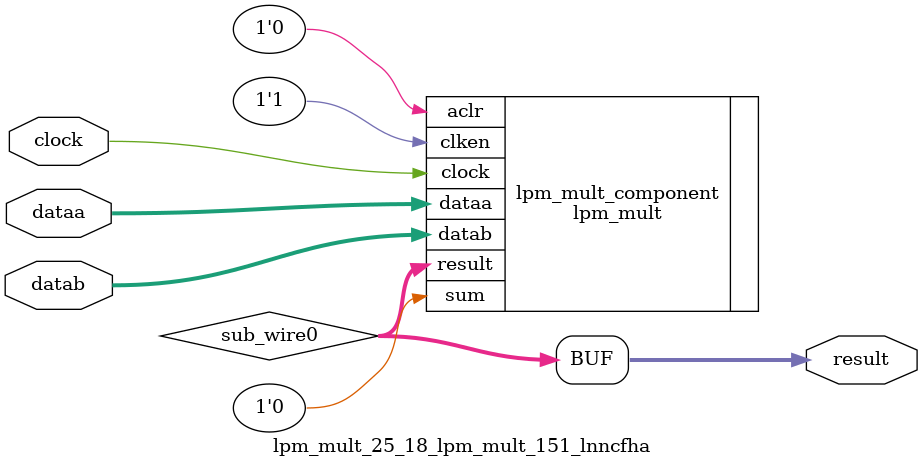
<source format=v>


`timescale 1 ps / 1 ps
// synopsys translate_on
module  lpm_mult_25_18_lpm_mult_151_lnncfha  (
            clock,
            dataa,
            datab,
            result);

            input  clock;
            input [24:0] dataa;
            input [17:0] datab;
            output [42:0] result;

            wire [42:0] sub_wire0;
            wire [42:0] result = sub_wire0[42:0];    

            lpm_mult        lpm_mult_component (
                                        .clock (clock),
                                        .dataa (dataa),
                                        .datab (datab),
                                        .result (sub_wire0),
                                        .aclr (1'b0),
                                        .clken (1'b1),
                                        .sum (1'b0));
            defparam
                    lpm_mult_component.lpm_hint = "MAXIMIZE_SPEED=9",
                    lpm_mult_component.lpm_pipeline = 2,
                    lpm_mult_component.lpm_representation = "SIGNED",
                    lpm_mult_component.lpm_type = "LPM_MULT",
                    lpm_mult_component.lpm_widtha = 25,
                    lpm_mult_component.lpm_widthb = 18,
                    lpm_mult_component.lpm_widthp = 43;


endmodule



</source>
